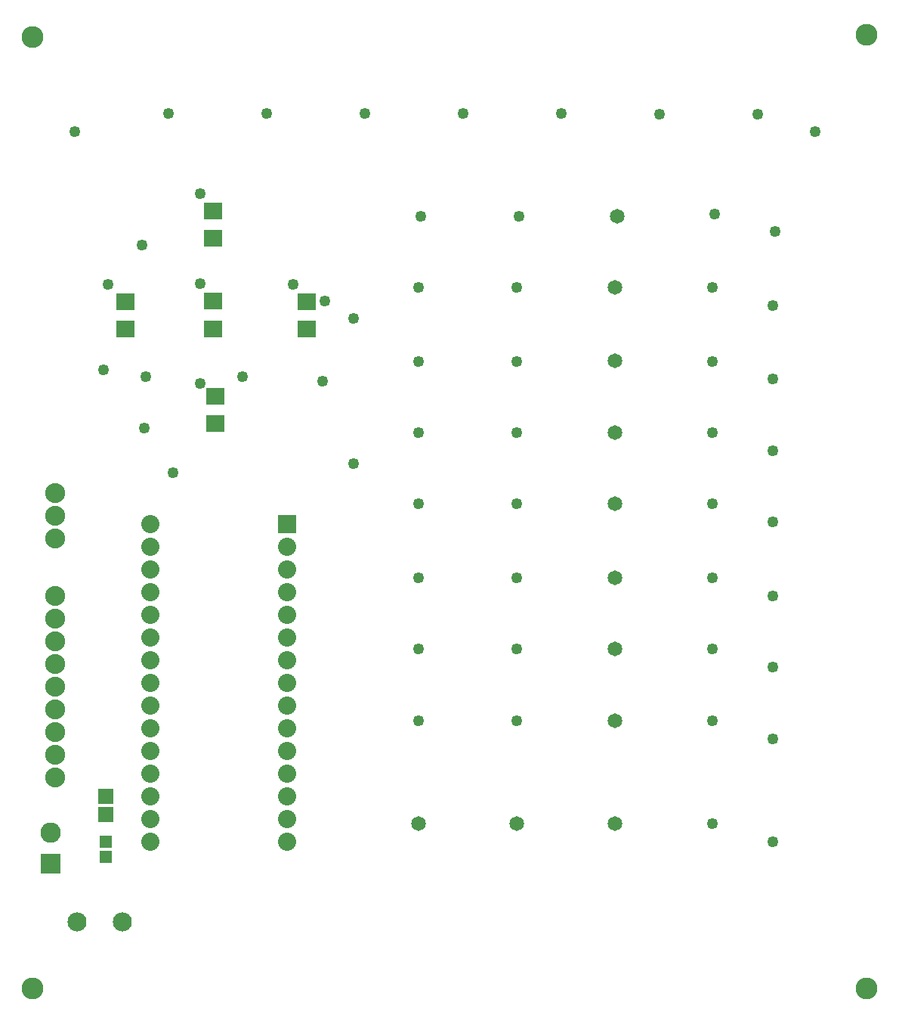
<source format=gbs>
G04 MADE WITH FRITZING*
G04 WWW.FRITZING.ORG*
G04 DOUBLE SIDED*
G04 HOLES PLATED*
G04 CONTOUR ON CENTER OF CONTOUR VECTOR*
%ASAXBY*%
%FSLAX23Y23*%
%MOIN*%
%OFA0B0*%
%SFA1.0B1.0*%
%ADD10C,0.096614*%
%ADD11C,0.084000*%
%ADD12C,0.049370*%
%ADD13C,0.088000*%
%ADD14C,0.090000*%
%ADD15C,0.065118*%
%ADD16C,0.080000*%
%ADD17R,0.053307X0.057244*%
%ADD18R,0.069055X0.065118*%
%ADD19R,0.084803X0.072992*%
%ADD20R,0.090000X0.090000*%
%ADD21R,0.079972X0.080000*%
%LNMASK0*%
G90*
G70*
G54D10*
X3903Y4396D03*
X3903Y193D03*
X221Y193D03*
X221Y4386D03*
G54D11*
X418Y488D03*
X618Y488D03*
X418Y488D03*
X618Y488D03*
X418Y488D03*
X618Y488D03*
G54D12*
X1147Y2890D03*
X723Y2890D03*
X536Y2919D03*
X714Y2663D03*
X842Y2466D03*
X408Y3972D03*
X1639Y2506D03*
X1501Y2870D03*
X1639Y3146D03*
X1511Y3224D03*
X704Y3470D03*
G54D13*
X320Y1925D03*
X320Y1825D03*
X320Y1725D03*
X320Y1625D03*
X320Y1525D03*
X320Y1425D03*
X320Y1325D03*
X320Y1225D03*
X320Y1125D03*
X320Y1925D03*
X320Y1825D03*
X320Y1725D03*
X320Y1625D03*
X320Y1525D03*
X320Y1425D03*
X320Y1325D03*
X320Y1225D03*
X320Y1125D03*
G54D12*
X1373Y3297D03*
X960Y3299D03*
X960Y3697D03*
X555Y3296D03*
X960Y2860D03*
X3676Y3972D03*
G54D13*
X320Y2378D03*
X320Y2278D03*
X320Y2178D03*
X320Y2378D03*
X320Y2278D03*
X320Y2178D03*
G54D14*
X300Y744D03*
X300Y882D03*
X300Y744D03*
X300Y882D03*
G54D12*
X2987Y4047D03*
X822Y4051D03*
X1934Y3598D03*
X1924Y1374D03*
G54D15*
X1924Y921D03*
G54D12*
X1924Y2004D03*
X1924Y1689D03*
X1924Y2958D03*
X1924Y3283D03*
X1924Y2644D03*
X1924Y2329D03*
X3420Y4047D03*
X1255Y4051D03*
X2367Y3598D03*
X2357Y1374D03*
X2357Y1689D03*
G54D15*
X2357Y921D03*
G54D12*
X2357Y2004D03*
X2357Y2329D03*
X2357Y2958D03*
X2357Y2644D03*
X2357Y3283D03*
X1688Y4051D03*
G54D15*
X2800Y3598D03*
X2790Y921D03*
X2790Y2004D03*
X2790Y1374D03*
X2790Y1689D03*
X2790Y2329D03*
X2790Y2959D03*
X2790Y2644D03*
X2790Y3283D03*
G54D12*
X2121Y4051D03*
X3233Y3608D03*
X3223Y921D03*
X3223Y1374D03*
X3223Y1689D03*
X3223Y2004D03*
X3223Y2329D03*
X3223Y2958D03*
X3223Y3283D03*
X3223Y2644D03*
X2554Y4051D03*
X3499Y3529D03*
X3489Y1295D03*
X3489Y1610D03*
X3489Y842D03*
X3489Y1925D03*
X3489Y2880D03*
X3489Y2250D03*
X3489Y3205D03*
X3489Y2565D03*
G54D16*
X1344Y2240D03*
X1344Y2140D03*
X1344Y2040D03*
X1344Y1940D03*
X1344Y1840D03*
X1344Y1740D03*
X1344Y1640D03*
X1344Y1540D03*
X1344Y1440D03*
X1344Y1340D03*
X1344Y1240D03*
X1344Y1140D03*
X1344Y1040D03*
X1344Y940D03*
X1344Y840D03*
X743Y2240D03*
X743Y2140D03*
X743Y2040D03*
X743Y1940D03*
X743Y1840D03*
X743Y1740D03*
X743Y1640D03*
X743Y1540D03*
X743Y1440D03*
X743Y1340D03*
X743Y1240D03*
X743Y1140D03*
X743Y1040D03*
X743Y940D03*
X743Y840D03*
X1344Y2240D03*
X1344Y2140D03*
X1344Y2040D03*
X1344Y1940D03*
X1344Y1840D03*
X1344Y1740D03*
X1344Y1640D03*
X1344Y1540D03*
X1344Y1440D03*
X1344Y1340D03*
X1344Y1240D03*
X1344Y1140D03*
X1344Y1040D03*
X1344Y940D03*
X1344Y840D03*
X743Y2240D03*
X743Y2140D03*
X743Y2040D03*
X743Y1940D03*
X743Y1840D03*
X743Y1740D03*
X743Y1640D03*
X743Y1540D03*
X743Y1440D03*
X743Y1340D03*
X743Y1240D03*
X743Y1140D03*
X743Y1040D03*
X743Y940D03*
X743Y840D03*
G54D17*
X546Y842D03*
X546Y775D03*
G54D18*
X546Y1039D03*
X546Y959D03*
G54D19*
X1029Y2683D03*
X1029Y2805D03*
X1432Y3100D03*
X1432Y3222D03*
X1019Y3500D03*
X1019Y3622D03*
X1019Y3102D03*
X1019Y3224D03*
X633Y3099D03*
X633Y3221D03*
G54D20*
X300Y744D03*
X300Y744D03*
G54D21*
X1344Y2240D03*
X1344Y2240D03*
G04 End of Mask0*
M02*
</source>
